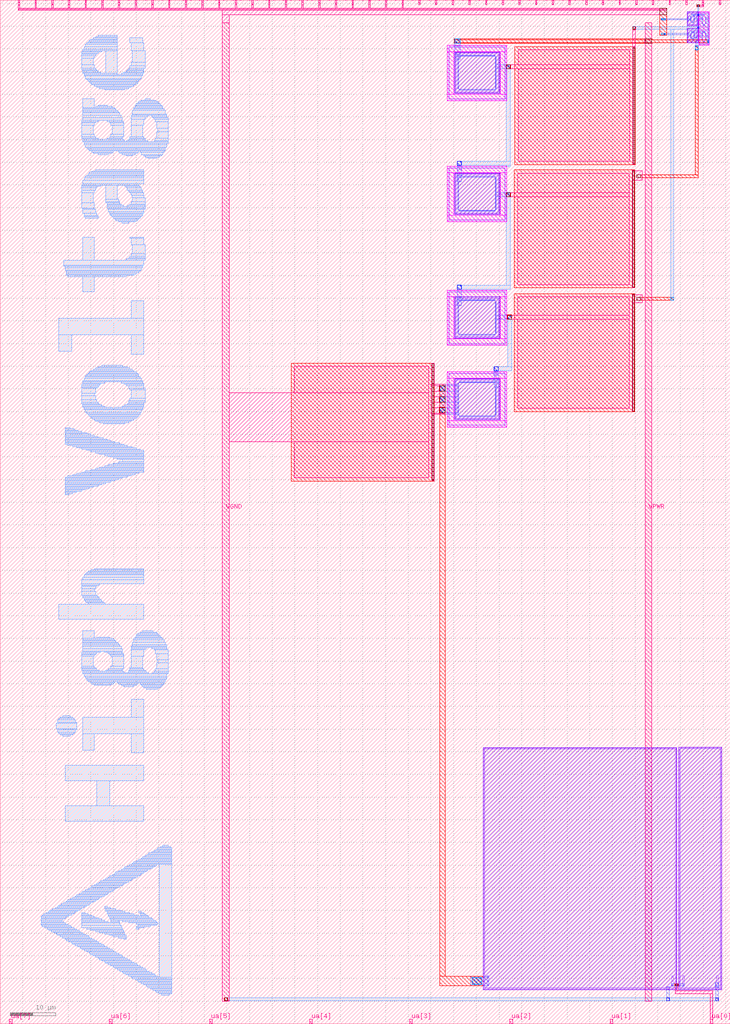
<source format=lef>
MACRO tt_um_urish_charge_pump
  CLASS BLOCK ;
  FOREIGN tt_um_urish_charge_pump ;
  ORIGIN 0.000 0.000 ;
  SIZE 161.000 BY 225.760 ;
  PIN clk
    DIRECTION INPUT ;
    USE SIGNAL ;
    ANTENNAGATEAREA 1.125000 ;
    PORT
      LAYER met4 ;
        RECT 154.870 224.760 155.170 225.760 ;
    END
  END clk
  PIN ena
    DIRECTION INPUT ;
    USE SIGNAL ;
    PORT
      LAYER met4 ;
        RECT 158.550 224.760 158.850 225.760 ;
    END
  END ena
  PIN rst_n
    DIRECTION INPUT ;
    USE SIGNAL ;
    PORT
      LAYER met4 ;
        RECT 151.190 224.760 151.490 225.760 ;
    END
  END rst_n
  PIN ua[0]
    DIRECTION INOUT ;
    USE SIGNAL ;
    PORT
      LAYER met4 ;
        RECT 156.560 0.000 157.160 1.000 ;
    END
  END ua[0]
  PIN ua[1]
    DIRECTION INOUT ;
    USE SIGNAL ;
    PORT
      LAYER met4 ;
        RECT 134.480 0.000 135.080 1.000 ;
    END
  END ua[1]
  PIN ua[2]
    DIRECTION INOUT ;
    USE SIGNAL ;
    PORT
      LAYER met4 ;
        RECT 112.400 0.000 113.000 1.000 ;
    END
  END ua[2]
  PIN ua[3]
    DIRECTION INOUT ;
    USE SIGNAL ;
    PORT
      LAYER met4 ;
        RECT 90.320 0.000 90.920 1.000 ;
    END
  END ua[3]
  PIN ua[4]
    DIRECTION INOUT ;
    USE SIGNAL ;
    PORT
      LAYER met4 ;
        RECT 68.240 0.000 68.840 1.000 ;
    END
  END ua[4]
  PIN ua[5]
    DIRECTION INOUT ;
    USE SIGNAL ;
    PORT
      LAYER met4 ;
        RECT 46.160 0.000 46.760 1.000 ;
    END
  END ua[5]
  PIN ua[6]
    DIRECTION INOUT ;
    USE SIGNAL ;
    PORT
      LAYER met4 ;
        RECT 24.080 0.000 24.680 1.000 ;
    END
  END ua[6]
  PIN ua[7]
    DIRECTION INOUT ;
    USE SIGNAL ;
    PORT
      LAYER met4 ;
        RECT 2.000 0.000 2.600 1.000 ;
    END
  END ua[7]
  PIN ui_in[0]
    DIRECTION INPUT ;
    USE SIGNAL ;
    PORT
      LAYER met4 ;
        RECT 147.510 224.760 147.810 225.760 ;
    END
  END ui_in[0]
  PIN ui_in[1]
    DIRECTION INPUT ;
    USE SIGNAL ;
    PORT
      LAYER met4 ;
        RECT 143.830 224.760 144.130 225.760 ;
    END
  END ui_in[1]
  PIN ui_in[2]
    DIRECTION INPUT ;
    USE SIGNAL ;
    PORT
      LAYER met4 ;
        RECT 140.150 224.760 140.450 225.760 ;
    END
  END ui_in[2]
  PIN ui_in[3]
    DIRECTION INPUT ;
    USE SIGNAL ;
    PORT
      LAYER met4 ;
        RECT 136.470 224.760 136.770 225.760 ;
    END
  END ui_in[3]
  PIN ui_in[4]
    DIRECTION INPUT ;
    USE SIGNAL ;
    PORT
      LAYER met4 ;
        RECT 132.790 224.760 133.090 225.760 ;
    END
  END ui_in[4]
  PIN ui_in[5]
    DIRECTION INPUT ;
    USE SIGNAL ;
    PORT
      LAYER met4 ;
        RECT 129.110 224.760 129.410 225.760 ;
    END
  END ui_in[5]
  PIN ui_in[6]
    DIRECTION INPUT ;
    USE SIGNAL ;
    PORT
      LAYER met4 ;
        RECT 125.430 224.760 125.730 225.760 ;
    END
  END ui_in[6]
  PIN ui_in[7]
    DIRECTION INPUT ;
    USE SIGNAL ;
    PORT
      LAYER met4 ;
        RECT 121.750 224.760 122.050 225.760 ;
    END
  END ui_in[7]
  PIN uio_in[0]
    DIRECTION INPUT ;
    USE SIGNAL ;
    PORT
      LAYER met4 ;
        RECT 118.070 224.760 118.370 225.760 ;
    END
  END uio_in[0]
  PIN uio_in[1]
    DIRECTION INPUT ;
    USE SIGNAL ;
    PORT
      LAYER met4 ;
        RECT 114.390 224.760 114.690 225.760 ;
    END
  END uio_in[1]
  PIN uio_in[2]
    DIRECTION INPUT ;
    USE SIGNAL ;
    PORT
      LAYER met4 ;
        RECT 110.710 224.760 111.010 225.760 ;
    END
  END uio_in[2]
  PIN uio_in[3]
    DIRECTION INPUT ;
    USE SIGNAL ;
    PORT
      LAYER met4 ;
        RECT 107.030 224.760 107.330 225.760 ;
    END
  END uio_in[3]
  PIN uio_in[4]
    DIRECTION INPUT ;
    USE SIGNAL ;
    PORT
      LAYER met4 ;
        RECT 103.350 224.760 103.650 225.760 ;
    END
  END uio_in[4]
  PIN uio_in[5]
    DIRECTION INPUT ;
    USE SIGNAL ;
    PORT
      LAYER met4 ;
        RECT 99.670 224.760 99.970 225.760 ;
    END
  END uio_in[5]
  PIN uio_in[6]
    DIRECTION INPUT ;
    USE SIGNAL ;
    PORT
      LAYER met4 ;
        RECT 95.990 224.760 96.290 225.760 ;
    END
  END uio_in[6]
  PIN uio_in[7]
    DIRECTION INPUT ;
    USE SIGNAL ;
    PORT
      LAYER met4 ;
        RECT 92.310 224.760 92.610 225.760 ;
    END
  END uio_in[7]
  PIN uio_oe[0]
    DIRECTION OUTPUT ;
    USE SIGNAL ;
    ANTENNADIFFAREA 56.931599 ;
    PORT
      LAYER met4 ;
        RECT 29.750 224.760 30.050 225.760 ;
    END
  END uio_oe[0]
  PIN uio_oe[1]
    DIRECTION OUTPUT ;
    USE SIGNAL ;
    ANTENNADIFFAREA 56.931599 ;
    PORT
      LAYER met4 ;
        RECT 26.070 224.760 26.370 225.760 ;
    END
  END uio_oe[1]
  PIN uio_oe[2]
    DIRECTION OUTPUT ;
    USE SIGNAL ;
    ANTENNADIFFAREA 56.931599 ;
    PORT
      LAYER met4 ;
        RECT 22.390 224.760 22.690 225.760 ;
    END
  END uio_oe[2]
  PIN uio_oe[3]
    DIRECTION OUTPUT ;
    USE SIGNAL ;
    ANTENNADIFFAREA 56.931599 ;
    PORT
      LAYER met4 ;
        RECT 18.710 224.760 19.010 225.760 ;
    END
  END uio_oe[3]
  PIN uio_oe[4]
    DIRECTION OUTPUT ;
    USE SIGNAL ;
    ANTENNADIFFAREA 56.931599 ;
    PORT
      LAYER met4 ;
        RECT 15.030 224.760 15.330 225.760 ;
    END
  END uio_oe[4]
  PIN uio_oe[5]
    DIRECTION OUTPUT ;
    USE SIGNAL ;
    ANTENNADIFFAREA 56.931599 ;
    PORT
      LAYER met4 ;
        RECT 11.350 224.760 11.650 225.760 ;
    END
  END uio_oe[5]
  PIN uio_oe[6]
    DIRECTION OUTPUT ;
    USE SIGNAL ;
    ANTENNADIFFAREA 56.931599 ;
    PORT
      LAYER met4 ;
        RECT 7.670 224.760 7.970 225.760 ;
    END
  END uio_oe[6]
  PIN uio_oe[7]
    DIRECTION OUTPUT ;
    USE SIGNAL ;
    ANTENNADIFFAREA 56.931599 ;
    PORT
      LAYER met4 ;
        RECT 3.990 224.760 4.290 225.760 ;
    END
  END uio_oe[7]
  PIN uio_out[0]
    DIRECTION OUTPUT ;
    USE SIGNAL ;
    ANTENNADIFFAREA 56.931599 ;
    PORT
      LAYER met4 ;
        RECT 59.190 224.760 59.490 225.760 ;
    END
  END uio_out[0]
  PIN uio_out[1]
    DIRECTION OUTPUT ;
    USE SIGNAL ;
    ANTENNADIFFAREA 56.931599 ;
    PORT
      LAYER met4 ;
        RECT 55.510 224.760 55.810 225.760 ;
    END
  END uio_out[1]
  PIN uio_out[2]
    DIRECTION OUTPUT ;
    USE SIGNAL ;
    ANTENNADIFFAREA 56.931599 ;
    PORT
      LAYER met4 ;
        RECT 51.830 224.760 52.130 225.760 ;
    END
  END uio_out[2]
  PIN uio_out[3]
    DIRECTION OUTPUT ;
    USE SIGNAL ;
    ANTENNADIFFAREA 56.931599 ;
    PORT
      LAYER met4 ;
        RECT 48.150 224.760 48.450 225.760 ;
    END
  END uio_out[3]
  PIN uio_out[4]
    DIRECTION OUTPUT ;
    USE SIGNAL ;
    ANTENNADIFFAREA 56.931599 ;
    PORT
      LAYER met4 ;
        RECT 44.470 224.760 44.770 225.760 ;
    END
  END uio_out[4]
  PIN uio_out[5]
    DIRECTION OUTPUT ;
    USE SIGNAL ;
    ANTENNADIFFAREA 56.931599 ;
    PORT
      LAYER met4 ;
        RECT 40.790 224.760 41.090 225.760 ;
    END
  END uio_out[5]
  PIN uio_out[6]
    DIRECTION OUTPUT ;
    USE SIGNAL ;
    ANTENNADIFFAREA 56.931599 ;
    PORT
      LAYER met4 ;
        RECT 37.110 224.760 37.410 225.760 ;
    END
  END uio_out[6]
  PIN uio_out[7]
    DIRECTION OUTPUT ;
    USE SIGNAL ;
    ANTENNADIFFAREA 56.931599 ;
    PORT
      LAYER met4 ;
        RECT 33.430 224.760 33.730 225.760 ;
    END
  END uio_out[7]
  PIN uo_out[0]
    DIRECTION OUTPUT ;
    USE SIGNAL ;
    ANTENNADIFFAREA 56.931599 ;
    PORT
      LAYER met4 ;
        RECT 88.630 224.760 88.930 225.760 ;
    END
  END uo_out[0]
  PIN uo_out[1]
    DIRECTION OUTPUT ;
    USE SIGNAL ;
    ANTENNADIFFAREA 56.931599 ;
    PORT
      LAYER met4 ;
        RECT 84.950 224.760 85.250 225.760 ;
    END
  END uo_out[1]
  PIN uo_out[2]
    DIRECTION OUTPUT ;
    USE SIGNAL ;
    ANTENNADIFFAREA 56.931599 ;
    PORT
      LAYER met4 ;
        RECT 81.270 224.760 81.570 225.760 ;
    END
  END uo_out[2]
  PIN uo_out[3]
    DIRECTION OUTPUT ;
    USE SIGNAL ;
    ANTENNADIFFAREA 56.931599 ;
    PORT
      LAYER met4 ;
        RECT 77.590 224.760 77.890 225.760 ;
    END
  END uo_out[3]
  PIN uo_out[4]
    DIRECTION OUTPUT ;
    USE SIGNAL ;
    ANTENNADIFFAREA 56.931599 ;
    PORT
      LAYER met4 ;
        RECT 73.910 224.760 74.210 225.760 ;
    END
  END uo_out[4]
  PIN uo_out[5]
    DIRECTION OUTPUT ;
    USE SIGNAL ;
    ANTENNADIFFAREA 56.931599 ;
    PORT
      LAYER met4 ;
        RECT 70.230 224.760 70.530 225.760 ;
    END
  END uo_out[5]
  PIN uo_out[6]
    DIRECTION OUTPUT ;
    USE SIGNAL ;
    ANTENNADIFFAREA 56.931599 ;
    PORT
      LAYER met4 ;
        RECT 66.550 224.760 66.850 225.760 ;
    END
  END uo_out[6]
  PIN uo_out[7]
    DIRECTION OUTPUT ;
    USE SIGNAL ;
    ANTENNADIFFAREA 56.931599 ;
    PORT
      LAYER met4 ;
        RECT 62.870 224.760 63.170 225.760 ;
    END
  END uo_out[7]
  PIN VPWR
    DIRECTION INOUT ;
    USE POWER ;
    PORT
      LAYER met4 ;
        RECT 142.200 5.000 143.700 220.760 ;
    END
  END VPWR
  PIN VGND
    DIRECTION INOUT ;
    USE GROUND ;
    PORT
      LAYER met4 ;
        RECT 49.000 5.000 50.500 220.760 ;
    END
  END VGND
  OBS
      LAYER pwell ;
        RECT 151.500 220.100 153.910 223.200 ;
        RECT 151.500 216.410 153.910 219.510 ;
      LAYER nwell ;
        RECT 154.000 215.810 156.410 223.190 ;
        RECT 98.600 214.370 111.700 215.800 ;
        RECT 98.600 205.030 100.030 214.370 ;
      LAYER pwell ;
        RECT 100.200 205.200 110.160 214.300 ;
      LAYER nwell ;
        RECT 110.270 205.030 111.700 214.370 ;
        RECT 98.600 203.600 111.700 205.030 ;
        RECT 98.600 187.670 111.700 189.100 ;
        RECT 98.600 178.330 100.030 187.670 ;
      LAYER pwell ;
        RECT 100.200 178.500 110.160 187.600 ;
      LAYER nwell ;
        RECT 110.270 178.330 111.700 187.670 ;
        RECT 98.600 176.900 111.700 178.330 ;
        RECT 98.600 160.370 111.700 161.800 ;
        RECT 98.600 151.030 100.030 160.370 ;
      LAYER pwell ;
        RECT 100.200 151.200 110.160 160.300 ;
      LAYER nwell ;
        RECT 110.270 151.030 111.700 160.370 ;
        RECT 98.600 149.600 111.700 151.030 ;
        RECT 98.600 142.370 111.700 143.800 ;
        RECT 98.600 133.030 100.030 142.370 ;
      LAYER pwell ;
        RECT 100.200 133.200 110.160 142.300 ;
      LAYER nwell ;
        RECT 110.270 133.030 111.700 142.370 ;
        RECT 98.600 131.600 111.700 133.030 ;
      LAYER pwell ;
        RECT 106.550 7.550 149.230 60.910 ;
        RECT 149.650 7.550 159.130 60.990 ;
      LAYER li1 ;
        RECT 151.680 222.850 153.730 223.020 ;
        RECT 151.680 220.450 151.850 222.850 ;
        RECT 152.480 222.340 152.930 222.510 ;
        RECT 152.250 221.130 152.420 222.170 ;
        RECT 152.990 221.130 153.160 222.170 ;
        RECT 152.480 220.790 152.930 220.960 ;
        RECT 153.560 220.450 153.730 222.850 ;
        RECT 151.680 220.280 153.730 220.450 ;
        RECT 154.180 222.840 156.230 223.010 ;
        RECT 154.180 219.850 154.350 222.840 ;
        RECT 154.980 222.330 155.430 222.500 ;
        RECT 154.750 220.575 154.920 222.115 ;
        RECT 155.490 220.575 155.660 222.115 ;
        RECT 154.980 220.190 155.430 220.360 ;
        RECT 156.060 219.850 156.230 222.840 ;
        RECT 154.180 219.680 156.230 219.850 ;
        RECT 151.680 219.160 153.730 219.330 ;
        RECT 151.680 216.760 151.850 219.160 ;
        RECT 152.480 218.650 152.930 218.820 ;
        RECT 152.250 217.440 152.420 218.480 ;
        RECT 152.990 217.440 153.160 218.480 ;
        RECT 152.480 217.100 152.930 217.270 ;
        RECT 153.560 216.760 153.730 219.160 ;
        RECT 151.680 216.590 153.730 216.760 ;
        RECT 154.180 219.150 156.230 219.320 ;
        RECT 154.180 216.160 154.350 219.150 ;
        RECT 154.980 218.640 155.430 218.810 ;
        RECT 154.750 216.885 154.920 218.425 ;
        RECT 155.490 216.885 155.660 218.425 ;
        RECT 154.980 216.500 155.430 216.670 ;
        RECT 156.060 216.160 156.230 219.150 ;
        RECT 154.180 215.990 156.230 216.160 ;
        RECT 100.200 215.515 101.400 215.700 ;
        RECT 98.885 215.345 111.415 215.515 ;
        RECT 98.885 204.055 99.055 215.345 ;
        RECT 100.800 214.120 101.400 214.200 ;
        RECT 100.380 213.950 109.980 214.120 ;
        RECT 100.380 205.550 100.550 213.950 ;
        RECT 100.800 213.900 101.400 213.950 ;
        RECT 101.180 213.440 109.180 213.610 ;
        RECT 100.950 206.230 101.120 213.270 ;
        RECT 109.240 206.230 109.410 213.270 ;
        RECT 101.180 205.890 109.180 206.060 ;
        RECT 109.810 205.550 109.980 213.950 ;
        RECT 100.380 205.380 109.980 205.550 ;
        RECT 111.245 204.055 111.415 215.345 ;
        RECT 98.885 203.885 111.415 204.055 ;
        RECT 100.800 188.815 101.700 189.000 ;
        RECT 98.885 188.645 111.415 188.815 ;
        RECT 98.885 177.355 99.055 188.645 ;
        RECT 100.800 188.400 101.700 188.645 ;
        RECT 100.800 187.420 101.700 187.500 ;
        RECT 100.380 187.250 109.980 187.420 ;
        RECT 100.380 178.850 100.550 187.250 ;
        RECT 100.800 187.200 101.700 187.250 ;
        RECT 101.180 186.740 109.180 186.910 ;
        RECT 100.950 179.530 101.120 186.570 ;
        RECT 109.240 179.530 109.410 186.570 ;
        RECT 101.180 179.190 109.180 179.360 ;
        RECT 109.810 178.850 109.980 187.250 ;
        RECT 100.380 178.680 109.980 178.850 ;
        RECT 111.245 177.355 111.415 188.645 ;
        RECT 98.885 177.185 111.415 177.355 ;
        RECT 98.885 161.345 111.415 161.515 ;
        RECT 98.885 150.055 99.055 161.345 ;
        RECT 100.800 160.120 101.700 160.200 ;
        RECT 100.380 159.950 109.980 160.120 ;
        RECT 100.380 151.550 100.550 159.950 ;
        RECT 100.800 159.900 101.700 159.950 ;
        RECT 101.180 159.440 109.180 159.610 ;
        RECT 100.950 152.230 101.120 159.270 ;
        RECT 109.240 152.230 109.410 159.270 ;
        RECT 101.180 151.890 109.180 152.060 ;
        RECT 109.810 151.550 109.980 159.950 ;
        RECT 100.380 151.380 109.980 151.550 ;
        RECT 111.245 150.055 111.415 161.345 ;
        RECT 98.885 149.885 111.415 150.055 ;
        RECT 108.900 143.515 109.800 143.700 ;
        RECT 98.885 143.345 111.415 143.515 ;
        RECT 98.885 132.055 99.055 143.345 ;
        RECT 108.900 143.100 109.800 143.345 ;
        RECT 108.900 142.120 109.500 142.200 ;
        RECT 100.380 141.950 109.980 142.120 ;
        RECT 100.380 133.550 100.550 141.950 ;
        RECT 108.900 141.900 109.500 141.950 ;
        RECT 101.180 141.440 109.180 141.610 ;
        RECT 100.950 134.230 101.120 141.270 ;
        RECT 109.240 134.230 109.410 141.270 ;
        RECT 101.180 133.890 109.180 134.060 ;
        RECT 109.810 133.550 109.980 141.950 ;
        RECT 100.380 133.380 109.980 133.550 ;
        RECT 111.245 132.055 111.415 143.345 ;
        RECT 98.885 131.885 111.415 132.055 ;
        RECT 106.730 60.560 149.050 60.730 ;
        RECT 106.730 7.900 106.900 60.560 ;
        RECT 107.380 8.380 107.730 10.540 ;
        RECT 148.050 8.380 148.400 10.540 ;
        RECT 147.000 7.900 147.600 8.100 ;
        RECT 148.880 7.900 149.050 60.560 ;
        RECT 106.730 7.730 149.050 7.900 ;
        RECT 149.830 60.640 158.950 60.810 ;
        RECT 149.830 7.900 150.000 60.640 ;
        RECT 150.480 8.380 150.830 10.540 ;
        RECT 157.950 9.000 158.300 10.540 ;
        RECT 157.800 8.400 158.400 9.000 ;
        RECT 157.950 8.380 158.300 8.400 ;
        RECT 157.800 7.900 158.400 8.100 ;
        RECT 158.780 7.900 158.950 60.640 ;
        RECT 149.830 7.730 158.950 7.900 ;
        RECT 147.000 7.500 147.600 7.730 ;
        RECT 157.800 7.500 158.400 7.730 ;
      LAYER mcon ;
        RECT 152.560 222.340 152.850 222.510 ;
        RECT 151.680 221.400 151.850 221.700 ;
        RECT 152.250 221.210 152.420 222.090 ;
        RECT 152.990 221.210 153.160 222.090 ;
        RECT 152.560 220.790 152.850 220.960 ;
        RECT 155.060 222.330 155.350 222.500 ;
        RECT 154.750 220.655 154.920 222.035 ;
        RECT 155.490 220.655 155.660 222.035 ;
        RECT 156.060 221.510 156.230 221.780 ;
        RECT 155.060 220.190 155.350 220.360 ;
        RECT 152.560 218.650 152.850 218.820 ;
        RECT 151.680 218.100 151.850 218.400 ;
        RECT 152.250 217.520 152.420 218.400 ;
        RECT 152.990 217.520 153.160 218.400 ;
        RECT 152.560 217.100 152.850 217.270 ;
        RECT 155.060 218.640 155.350 218.810 ;
        RECT 154.750 216.965 154.920 218.345 ;
        RECT 155.490 216.965 155.660 218.345 ;
        RECT 156.060 217.710 156.230 217.980 ;
        RECT 155.060 216.500 155.350 216.670 ;
        RECT 100.200 215.400 101.400 215.700 ;
        RECT 101.260 213.440 109.100 213.610 ;
        RECT 100.950 206.310 101.120 213.190 ;
        RECT 109.240 206.310 109.410 213.190 ;
        RECT 101.260 205.890 109.100 206.060 ;
        RECT 101.260 186.740 109.100 186.910 ;
        RECT 100.950 179.610 101.120 186.490 ;
        RECT 109.240 179.610 109.410 186.490 ;
        RECT 101.260 179.190 109.100 179.360 ;
        RECT 101.260 159.440 109.100 159.610 ;
        RECT 100.950 152.310 101.120 159.190 ;
        RECT 109.240 152.310 109.410 159.190 ;
        RECT 101.260 151.890 109.100 152.060 ;
        RECT 101.260 141.440 109.100 141.610 ;
        RECT 100.950 134.310 101.120 141.190 ;
        RECT 109.240 134.310 109.410 141.190 ;
        RECT 101.260 133.890 109.100 134.060 ;
        RECT 107.400 8.400 107.700 10.200 ;
        RECT 157.800 8.400 158.400 9.000 ;
      LAYER met1 ;
        RECT 152.500 222.530 155.400 222.600 ;
        RECT 152.500 222.300 155.410 222.530 ;
        RECT 151.650 221.700 151.880 221.760 ;
        RECT 152.220 221.700 152.450 222.150 ;
        RECT 152.960 221.800 153.190 222.150 ;
        RECT 154.720 221.800 154.950 222.095 ;
        RECT 155.460 221.800 155.690 222.095 ;
        RECT 156.000 221.800 156.300 222.600 ;
        RECT 145.750 221.400 152.450 221.700 ;
        RECT 152.900 221.500 155.000 221.800 ;
        RECT 155.460 221.500 156.300 221.800 ;
        RECT 151.650 221.340 151.880 221.400 ;
        RECT 152.220 221.150 152.450 221.400 ;
        RECT 152.960 221.150 153.190 221.500 ;
        RECT 152.500 220.760 152.910 220.990 ;
        RECT 153.800 219.900 154.100 221.500 ;
        RECT 154.720 220.595 154.950 221.500 ;
        RECT 155.460 220.595 155.690 221.500 ;
        RECT 155.000 220.160 155.410 220.390 ;
        RECT 153.750 219.600 154.150 219.900 ;
        RECT 153.800 218.900 154.100 219.600 ;
        RECT 152.400 218.600 155.500 218.900 ;
        RECT 151.650 218.400 151.880 218.460 ;
        RECT 152.220 218.400 152.450 218.460 ;
        RECT 145.750 218.100 152.450 218.400 ;
        RECT 151.650 218.040 151.880 218.100 ;
        RECT 152.220 217.460 152.450 218.100 ;
        RECT 152.960 218.000 153.190 218.460 ;
        RECT 154.720 218.000 154.950 218.405 ;
        RECT 152.960 217.700 154.950 218.000 ;
        RECT 152.960 217.460 153.190 217.700 ;
        RECT 100.150 216.300 101.450 217.200 ;
        RECT 152.500 217.070 152.910 217.300 ;
        RECT 100.200 215.730 101.400 216.300 ;
        RECT 100.140 215.370 101.460 215.730 ;
        RECT 153.400 215.700 153.700 217.700 ;
        RECT 154.720 216.905 154.950 217.700 ;
        RECT 155.460 218.000 155.690 218.405 ;
        RECT 156.000 218.000 156.300 221.500 ;
        RECT 155.460 217.700 156.300 218.000 ;
        RECT 155.460 216.905 155.690 217.700 ;
        RECT 156.000 217.000 156.300 217.700 ;
        RECT 155.000 216.470 155.410 216.700 ;
        RECT 155.950 216.400 156.350 217.000 ;
        RECT 100.200 214.230 101.400 215.370 ;
        RECT 153.250 214.800 153.950 215.700 ;
        RECT 100.200 213.870 101.460 214.230 ;
        RECT 100.200 213.640 101.400 213.870 ;
        RECT 100.200 213.410 109.160 213.640 ;
        RECT 100.200 212.700 101.400 213.410 ;
        RECT 100.920 206.250 101.150 212.700 ;
        RECT 109.210 211.500 109.440 213.250 ;
        RECT 109.200 210.600 112.550 211.500 ;
        RECT 109.210 206.250 109.440 210.600 ;
        RECT 101.200 205.860 109.160 206.090 ;
        RECT 100.750 189.300 101.750 190.200 ;
        RECT 100.800 189.030 101.700 189.300 ;
        RECT 100.740 188.370 101.760 189.030 ;
        RECT 100.800 187.530 101.700 188.370 ;
        RECT 100.740 187.170 101.760 187.530 ;
        RECT 100.800 186.940 101.700 187.170 ;
        RECT 100.800 186.710 109.160 186.940 ;
        RECT 100.800 185.700 101.700 186.710 ;
        RECT 100.920 179.550 101.150 185.700 ;
        RECT 109.210 183.300 109.440 186.550 ;
        RECT 109.200 182.400 112.550 183.300 ;
        RECT 109.210 179.550 109.440 182.400 ;
        RECT 101.200 179.160 109.160 179.390 ;
        RECT 100.750 162.000 101.750 162.900 ;
        RECT 100.800 160.230 101.700 162.000 ;
        RECT 100.740 159.870 101.760 160.230 ;
        RECT 100.800 159.640 101.700 159.870 ;
        RECT 100.800 159.410 109.160 159.640 ;
        RECT 100.800 158.400 101.700 159.410 ;
        RECT 100.920 152.250 101.150 158.400 ;
        RECT 109.210 156.300 109.440 159.250 ;
        RECT 109.200 155.400 112.850 156.300 ;
        RECT 109.210 152.250 109.440 155.400 ;
        RECT 101.200 151.860 109.160 152.090 ;
        RECT 108.850 144.000 109.850 144.900 ;
        RECT 108.900 143.730 109.800 144.000 ;
        RECT 108.840 143.070 109.860 143.730 ;
        RECT 108.900 142.230 109.800 143.070 ;
        RECT 108.840 141.870 109.800 142.230 ;
        RECT 108.900 141.640 109.800 141.870 ;
        RECT 101.200 141.410 109.800 141.640 ;
        RECT 100.920 141.000 101.150 141.250 ;
        RECT 96.900 140.700 101.150 141.000 ;
        RECT 96.850 139.500 101.150 140.700 ;
        RECT 108.900 140.400 109.800 141.410 ;
        RECT 96.900 138.300 101.150 139.500 ;
        RECT 96.850 137.100 101.150 138.300 ;
        RECT 96.900 135.900 101.150 137.100 ;
        RECT 96.850 134.700 101.150 135.900 ;
        RECT 96.900 134.400 101.150 134.700 ;
        RECT 100.920 134.250 101.150 134.400 ;
        RECT 109.210 134.250 109.440 140.400 ;
        RECT 101.200 133.860 109.160 134.090 ;
        RECT 103.800 10.260 107.700 10.500 ;
        RECT 103.800 8.400 107.730 10.260 ;
        RECT 107.370 8.340 107.730 8.400 ;
        RECT 148.020 8.780 148.430 8.840 ;
        RECT 150.450 8.780 150.860 8.840 ;
        RECT 148.020 8.380 150.860 8.780 ;
        RECT 148.020 8.320 148.430 8.380 ;
        RECT 150.450 8.320 150.860 8.380 ;
        RECT 157.740 8.370 158.460 9.030 ;
        RECT 157.800 8.130 158.400 8.370 ;
        RECT 146.940 7.470 147.660 8.130 ;
        RECT 157.740 7.470 158.460 8.130 ;
        RECT 147.000 5.700 147.600 7.470 ;
        RECT 157.800 5.700 158.400 7.470 ;
        RECT 146.950 5.100 147.650 5.700 ;
        RECT 157.750 5.100 158.450 5.700 ;
      LAYER via ;
        RECT 153.800 222.300 154.100 222.600 ;
        RECT 145.800 221.400 146.700 221.700 ;
        RECT 153.800 219.600 154.100 219.900 ;
        RECT 145.800 218.100 146.700 218.400 ;
        RECT 100.200 216.300 101.400 217.200 ;
        RECT 156.000 216.400 156.300 217.000 ;
        RECT 153.300 214.800 153.900 215.700 ;
        RECT 111.600 210.600 112.500 211.500 ;
        RECT 100.800 189.300 101.700 190.200 ;
        RECT 111.600 182.400 112.500 183.300 ;
        RECT 100.800 162.000 101.700 162.900 ;
        RECT 111.900 155.400 112.800 156.300 ;
        RECT 108.900 144.000 109.800 144.900 ;
        RECT 96.900 139.500 98.100 140.700 ;
        RECT 96.900 137.100 98.100 138.300 ;
        RECT 96.900 134.700 98.100 135.900 ;
        RECT 104.100 8.700 106.200 10.200 ;
        RECT 148.860 8.390 149.460 8.760 ;
        RECT 147.000 5.100 147.600 5.700 ;
        RECT 157.800 5.100 158.400 5.700 ;
      LAYER met2 ;
        RECT 153.800 222.250 154.100 224.750 ;
        RECT 145.800 221.350 146.700 221.750 ;
        RECT 139.500 219.900 140.100 219.950 ;
        RECT 153.800 219.900 154.100 219.950 ;
        RECT 139.500 219.300 154.200 219.900 ;
        RECT 139.500 219.250 140.100 219.300 ;
        RECT 145.800 218.050 146.700 218.450 ;
        RECT 21.600 217.710 25.800 217.990 ;
        RECT 21.040 217.430 25.800 217.710 ;
        RECT 20.480 217.150 25.800 217.430 ;
        RECT 19.920 216.870 25.800 217.150 ;
        RECT 19.640 216.590 25.800 216.870 ;
        RECT 19.360 216.310 25.800 216.590 ;
        RECT 28.600 216.310 31.400 217.430 ;
        RECT 19.080 216.030 25.800 216.310 ;
        RECT 18.800 215.470 25.800 216.030 ;
        RECT 18.520 214.910 25.800 215.470 ;
        RECT 18.240 214.630 25.800 214.910 ;
        RECT 28.880 214.630 31.680 216.310 ;
        RECT 100.200 216.250 101.400 217.250 ;
        RECT 18.240 214.350 22.440 214.630 ;
        RECT 17.960 214.070 21.600 214.350 ;
        RECT 17.960 213.790 21.320 214.070 ;
        RECT 17.960 213.510 21.040 213.790 ;
        RECT 17.960 212.950 20.760 213.510 ;
        RECT 17.960 211.550 20.480 212.950 ;
        RECT 17.960 210.710 20.760 211.550 ;
        RECT 17.960 210.430 21.040 210.710 ;
        RECT 18.240 210.150 21.320 210.430 ;
        RECT 18.240 209.870 21.600 210.150 ;
        RECT 18.240 209.590 22.160 209.870 ;
        RECT 23.280 209.590 25.800 214.630 ;
        RECT 29.160 212.110 31.960 214.630 ;
        RECT 28.880 211.270 31.960 212.110 ;
        RECT 28.600 210.710 31.960 211.270 ;
        RECT 28.320 210.430 31.680 210.710 ;
        RECT 28.040 210.150 31.680 210.430 ;
        RECT 27.760 209.870 31.680 210.150 ;
        RECT 27.200 209.590 31.680 209.870 ;
        RECT 18.520 209.310 25.800 209.590 ;
        RECT 26.640 209.310 31.400 209.590 ;
        RECT 18.520 209.030 31.400 209.310 ;
        RECT 18.800 208.470 31.120 209.030 ;
        RECT 19.080 208.190 30.840 208.470 ;
        RECT 19.360 207.910 30.560 208.190 ;
        RECT 19.640 207.630 30.280 207.910 ;
        RECT 19.920 207.350 30.280 207.630 ;
        RECT 20.200 207.070 29.720 207.350 ;
        RECT 20.760 206.790 29.440 207.070 ;
        RECT 21.320 206.510 28.880 206.790 ;
        RECT 21.880 206.230 28.320 206.510 ;
        RECT 23.000 205.950 27.480 206.230 ;
        RECT 18.240 202.030 20.760 203.990 ;
        RECT 31.960 203.710 33.080 203.990 ;
        RECT 31.120 203.430 34.200 203.710 ;
        RECT 30.560 203.150 34.760 203.430 ;
        RECT 30.280 202.870 35.040 203.150 ;
        RECT 30.000 202.590 35.320 202.870 ;
        RECT 21.600 202.310 23.560 202.590 ;
        RECT 29.720 202.310 35.600 202.590 ;
        RECT 21.040 202.030 24.680 202.310 ;
        RECT 29.720 202.030 35.880 202.310 ;
        RECT 18.240 201.750 25.240 202.030 ;
        RECT 29.440 201.750 35.880 202.030 ;
        RECT 18.240 201.470 25.520 201.750 ;
        RECT 29.440 201.470 36.160 201.750 ;
        RECT 18.240 201.190 25.800 201.470 ;
        RECT 18.240 200.910 26.080 201.190 ;
        RECT 18.240 200.350 26.360 200.910 ;
        RECT 29.160 200.630 36.440 201.470 ;
        RECT 29.160 200.350 36.720 200.630 ;
        RECT 18.240 199.790 26.640 200.350 ;
        RECT 28.880 200.070 32.520 200.350 ;
        RECT 33.360 200.070 36.720 200.350 ;
        RECT 18.240 199.230 26.920 199.790 ;
        RECT 17.960 198.950 21.600 199.230 ;
        RECT 23.560 198.950 26.920 199.230 ;
        RECT 28.880 199.510 31.960 200.070 ;
        RECT 33.640 199.790 36.720 200.070 ;
        RECT 33.920 199.510 37.000 199.790 ;
        RECT 17.960 198.670 21.040 198.950 ;
        RECT 24.120 198.670 27.200 198.950 ;
        RECT 17.960 198.110 20.760 198.670 ;
        RECT 24.400 198.110 27.200 198.670 ;
        RECT 17.960 196.150 20.480 198.110 ;
        RECT 24.680 196.150 27.200 198.110 ;
        RECT 17.960 195.590 20.760 196.150 ;
        RECT 24.400 195.590 27.200 196.150 ;
        RECT 28.880 198.110 31.680 199.510 ;
        RECT 34.200 198.950 37.000 199.510 ;
        RECT 28.880 195.590 31.400 198.110 ;
        RECT 34.480 197.550 37.000 198.950 ;
        RECT 34.760 196.710 37.000 197.550 ;
        RECT 17.960 195.310 21.040 195.590 ;
        RECT 24.120 195.310 26.920 195.590 ;
        RECT 18.240 195.030 21.600 195.310 ;
        RECT 23.560 195.030 26.920 195.310 ;
        RECT 28.600 195.310 31.680 195.590 ;
        RECT 34.480 195.310 37.000 196.710 ;
        RECT 28.600 195.030 31.960 195.310 ;
        RECT 18.240 194.750 27.200 195.030 ;
        RECT 28.320 194.750 31.960 195.030 ;
        RECT 34.200 194.750 37.000 195.310 ;
        RECT 18.240 194.470 27.480 194.750 ;
        RECT 27.760 194.470 32.520 194.750 ;
        RECT 33.920 194.470 37.000 194.750 ;
        RECT 18.520 194.190 37.000 194.470 ;
        RECT 18.520 193.910 36.720 194.190 ;
        RECT 18.800 193.350 36.720 193.910 ;
        RECT 19.080 193.070 36.440 193.350 ;
        RECT 19.360 192.790 36.440 193.070 ;
        RECT 19.640 192.510 36.440 192.790 ;
        RECT 20.200 192.230 24.960 192.510 ;
        RECT 26.080 192.230 30.560 192.510 ;
        RECT 30.840 192.230 36.160 192.510 ;
        RECT 20.480 191.950 24.680 192.230 ;
        RECT 26.360 191.950 30.280 192.230 ;
        RECT 21.600 191.670 23.840 191.950 ;
        RECT 26.920 191.670 29.720 191.950 ;
        RECT 31.120 191.670 35.880 192.230 ;
        RECT 27.760 191.390 29.160 191.670 ;
        RECT 31.680 191.390 35.600 191.670 ;
        RECT 31.960 191.110 35.040 191.390 ;
        RECT 32.520 190.830 34.480 191.110 ;
        RECT 100.800 190.200 101.700 190.250 ;
        RECT 111.600 190.200 112.500 211.550 ;
        RECT 100.800 189.300 112.500 190.200 ;
        RECT 100.800 189.250 101.700 189.300 ;
        RECT 111.600 189.000 112.500 189.300 ;
        RECT 21.040 188.030 31.680 188.310 ;
        RECT 20.200 187.750 31.680 188.030 ;
        RECT 19.640 187.470 31.680 187.750 ;
        RECT 19.360 187.190 31.680 187.470 ;
        RECT 19.080 186.910 31.680 187.190 ;
        RECT 18.800 186.630 31.680 186.910 ;
        RECT 18.520 186.070 31.680 186.630 ;
        RECT 18.240 185.230 31.680 186.070 ;
        RECT 18.240 184.950 30.280 185.230 ;
        RECT 17.960 184.670 22.160 184.950 ;
        RECT 17.960 184.390 21.320 184.670 ;
        RECT 17.960 183.830 21.040 184.390 ;
        RECT 17.960 183.270 20.760 183.830 ;
        RECT 17.960 181.030 20.480 183.270 ;
        RECT 23.280 181.870 25.800 184.950 ;
        RECT 27.480 184.670 30.560 184.950 ;
        RECT 27.760 184.390 30.840 184.670 ;
        RECT 28.040 183.830 31.120 184.390 ;
        RECT 28.320 183.550 31.400 183.830 ;
        RECT 28.600 183.270 31.400 183.550 ;
        RECT 28.880 182.710 31.680 183.270 ;
        RECT 29.160 182.150 31.680 182.710 ;
        RECT 23.280 181.310 26.080 181.870 ;
        RECT 29.160 181.310 31.960 182.150 ;
        RECT 23.280 181.030 26.360 181.310 ;
        RECT 17.960 179.910 20.760 181.030 ;
        RECT 23.560 180.750 26.360 181.030 ;
        RECT 28.880 180.750 31.960 181.310 ;
        RECT 23.560 180.470 26.640 180.750 ;
        RECT 28.600 180.470 31.960 180.750 ;
        RECT 23.560 180.190 27.200 180.470 ;
        RECT 28.040 180.190 31.960 180.470 ;
        RECT 23.560 179.910 31.960 180.190 ;
        RECT 18.240 179.630 20.760 179.910 ;
        RECT 23.840 179.630 31.960 179.910 ;
        RECT 18.240 178.790 21.040 179.630 ;
        RECT 23.840 179.070 31.680 179.630 ;
        RECT 24.120 178.790 31.680 179.070 ;
        RECT 18.520 178.230 21.320 178.790 ;
        RECT 24.120 178.510 31.400 178.790 ;
        RECT 24.400 178.230 31.400 178.510 ;
        RECT 18.520 177.950 21.600 178.230 ;
        RECT 24.680 177.950 31.120 178.230 ;
        RECT 18.800 177.670 21.600 177.950 ;
        RECT 24.960 177.670 30.840 177.950 ;
        RECT 25.240 177.390 30.560 177.670 ;
        RECT 25.520 177.110 30.280 177.390 ;
        RECT 26.080 176.830 29.720 177.110 ;
        RECT 26.920 176.550 28.320 176.830 ;
        RECT 18.240 168.430 20.760 173.470 ;
        RECT 28.600 173.190 31.680 173.470 ;
        RECT 28.880 171.790 31.680 173.190 ;
        RECT 29.160 169.830 31.960 171.790 ;
        RECT 28.880 169.270 31.960 169.830 ;
        RECT 28.600 168.990 31.960 169.270 ;
        RECT 28.320 168.710 31.960 168.990 ;
        RECT 27.760 168.430 31.960 168.710 ;
        RECT 14.040 167.310 31.680 168.430 ;
        RECT 14.040 167.030 31.400 167.310 ;
        RECT 14.320 166.750 31.400 167.030 ;
        RECT 14.320 166.190 31.120 166.750 ;
        RECT 14.600 165.910 30.840 166.190 ;
        RECT 14.600 165.630 30.560 165.910 ;
        RECT 14.600 165.350 30.000 165.630 ;
        RECT 14.600 165.070 29.440 165.350 ;
        RECT 14.880 164.790 27.760 165.070 ;
        RECT 18.240 161.430 20.760 164.790 ;
        RECT 100.800 162.900 101.700 162.950 ;
        RECT 111.600 162.900 112.500 183.350 ;
        RECT 100.800 162.000 112.500 162.900 ;
        RECT 100.800 161.950 101.700 162.000 ;
        RECT 147.900 159.550 148.500 219.300 ;
        RECT 156.000 216.350 156.300 217.050 ;
        RECT 153.300 214.750 153.900 215.750 ;
        RECT 28.880 155.550 31.680 159.470 ;
        RECT 12.920 151.910 31.680 155.550 ;
        RECT 12.920 148.270 15.720 151.910 ;
        RECT 28.880 147.710 31.680 151.910 ;
        RECT 22.440 144.910 26.920 145.190 ;
        RECT 21.600 144.630 28.040 144.910 ;
        RECT 108.900 144.900 109.800 144.950 ;
        RECT 111.900 144.900 112.800 156.350 ;
        RECT 21.040 144.350 28.600 144.630 ;
        RECT 20.480 144.070 29.160 144.350 ;
        RECT 19.920 143.790 29.440 144.070 ;
        RECT 108.900 144.000 112.800 144.900 ;
        RECT 108.900 143.950 109.800 144.000 ;
        RECT 19.640 143.510 30.000 143.790 ;
        RECT 19.360 143.230 30.280 143.510 ;
        RECT 19.080 142.950 30.560 143.230 ;
        RECT 18.800 142.670 30.560 142.950 ;
        RECT 18.800 142.390 30.840 142.670 ;
        RECT 18.520 141.830 31.120 142.390 ;
        RECT 18.240 141.550 31.400 141.830 ;
        RECT 18.240 141.270 23.000 141.550 ;
        RECT 26.640 141.270 31.400 141.550 ;
        RECT 18.240 140.990 22.160 141.270 ;
        RECT 27.480 140.990 31.680 141.270 ;
        RECT 17.960 140.710 21.880 140.990 ;
        RECT 27.760 140.710 31.680 140.990 ;
        RECT 17.960 140.430 21.600 140.710 ;
        RECT 17.960 140.150 21.320 140.430 ;
        RECT 28.320 140.150 31.680 140.710 ;
        RECT 17.960 139.030 21.040 140.150 ;
        RECT 28.600 139.870 31.960 140.150 ;
        RECT 17.960 138.470 20.760 139.030 ;
        RECT 17.960 137.630 21.040 138.470 ;
        RECT 28.880 137.910 31.960 139.870 ;
        RECT 96.900 139.450 98.100 140.750 ;
        RECT 17.960 137.070 21.320 137.630 ;
        RECT 28.600 137.350 31.960 137.910 ;
        RECT 28.320 137.070 31.960 137.350 ;
        RECT 17.960 136.790 21.600 137.070 ;
        RECT 28.320 136.790 31.680 137.070 ;
        RECT 96.900 137.050 98.100 138.350 ;
        RECT 18.240 136.510 21.880 136.790 ;
        RECT 28.040 136.510 31.680 136.790 ;
        RECT 18.240 136.230 22.440 136.510 ;
        RECT 27.480 136.230 31.680 136.510 ;
        RECT 18.240 135.950 23.000 136.230 ;
        RECT 26.920 135.950 31.680 136.230 ;
        RECT 18.520 135.670 24.680 135.950 ;
        RECT 25.240 135.670 31.400 135.950 ;
        RECT 18.520 135.390 31.400 135.670 ;
        RECT 18.800 134.830 31.120 135.390 ;
        RECT 19.080 134.550 30.840 134.830 ;
        RECT 96.900 134.650 98.100 135.950 ;
        RECT 19.360 134.270 30.840 134.550 ;
        RECT 19.640 133.990 30.560 134.270 ;
        RECT 19.920 133.710 30.280 133.990 ;
        RECT 20.200 133.430 30.000 133.710 ;
        RECT 20.760 133.150 29.440 133.430 ;
        RECT 21.040 132.870 28.880 133.150 ;
        RECT 21.880 132.590 28.320 132.870 ;
        RECT 22.720 132.310 27.480 132.590 ;
        RECT 14.320 131.190 15.440 131.470 ;
        RECT 14.320 130.910 16.280 131.190 ;
        RECT 14.320 130.630 17.120 130.910 ;
        RECT 14.320 130.350 17.960 130.630 ;
        RECT 14.320 130.070 19.080 130.350 ;
        RECT 14.320 129.790 19.920 130.070 ;
        RECT 14.320 129.510 20.760 129.790 ;
        RECT 14.320 129.230 21.600 129.510 ;
        RECT 14.320 128.950 22.720 129.230 ;
        RECT 14.320 128.670 23.560 128.950 ;
        RECT 14.320 128.390 24.400 128.670 ;
        RECT 14.320 128.110 25.240 128.390 ;
        RECT 14.320 127.830 26.360 128.110 ;
        RECT 14.880 127.550 27.200 127.830 ;
        RECT 16.000 127.270 28.040 127.550 ;
        RECT 16.840 126.990 29.160 127.270 ;
        RECT 17.960 126.710 30.000 126.990 ;
        RECT 19.080 126.430 30.840 126.710 ;
        RECT 19.920 126.150 31.680 126.430 ;
        RECT 21.040 125.870 31.680 126.150 ;
        RECT 21.880 125.590 31.680 125.870 ;
        RECT 23.000 125.310 31.680 125.590 ;
        RECT 23.840 125.030 31.680 125.310 ;
        RECT 24.960 124.750 31.680 125.030 ;
        RECT 25.800 124.470 31.680 124.750 ;
        RECT 26.920 123.910 31.680 124.470 ;
        RECT 26.080 123.630 31.680 123.910 ;
        RECT 24.960 123.350 31.680 123.630 ;
        RECT 23.840 123.070 31.680 123.350 ;
        RECT 23.000 122.790 31.680 123.070 ;
        RECT 21.880 122.510 31.680 122.790 ;
        RECT 21.040 122.230 31.680 122.510 ;
        RECT 19.920 121.950 31.680 122.230 ;
        RECT 18.800 121.670 31.680 121.950 ;
        RECT 17.960 121.390 30.560 121.670 ;
        RECT 16.840 121.110 29.720 121.390 ;
        RECT 16.000 120.830 28.880 121.110 ;
        RECT 14.880 120.550 28.040 120.830 ;
        RECT 14.320 120.270 26.920 120.550 ;
        RECT 14.320 119.990 26.080 120.270 ;
        RECT 14.320 119.710 25.240 119.990 ;
        RECT 14.320 119.430 24.400 119.710 ;
        RECT 14.320 119.150 23.280 119.430 ;
        RECT 14.320 118.870 22.440 119.150 ;
        RECT 14.320 118.590 21.600 118.870 ;
        RECT 14.320 118.310 20.480 118.590 ;
        RECT 14.320 118.030 19.640 118.310 ;
        RECT 14.320 117.750 18.800 118.030 ;
        RECT 14.320 117.470 17.960 117.750 ;
        RECT 14.320 117.190 16.840 117.470 ;
        RECT 14.320 116.910 16.000 117.190 ;
        RECT 14.320 116.630 15.160 116.910 ;
        RECT 20.760 100.110 31.680 100.390 ;
        RECT 19.920 99.830 31.680 100.110 ;
        RECT 19.360 99.550 31.680 99.830 ;
        RECT 19.080 99.270 31.680 99.550 ;
        RECT 18.800 98.990 31.680 99.270 ;
        RECT 18.520 98.430 31.680 98.990 ;
        RECT 18.240 97.870 31.680 98.430 ;
        RECT 17.960 97.030 31.680 97.870 ;
        RECT 17.960 96.750 21.880 97.030 ;
        RECT 17.960 96.470 21.320 96.750 ;
        RECT 17.960 95.910 21.040 96.470 ;
        RECT 17.960 95.350 20.760 95.910 ;
        RECT 17.960 94.510 21.040 95.350 ;
        RECT 18.240 94.230 21.320 94.510 ;
        RECT 18.240 93.950 21.600 94.230 ;
        RECT 18.520 93.670 21.880 93.950 ;
        RECT 18.520 93.390 22.160 93.670 ;
        RECT 18.800 93.110 22.440 93.390 ;
        RECT 19.080 92.830 22.720 93.110 ;
        RECT 19.360 92.550 23.000 92.830 ;
        RECT 12.920 89.190 31.680 92.550 ;
        RECT 18.240 84.990 20.760 86.670 ;
        RECT 31.400 86.390 33.640 86.670 ;
        RECT 30.840 86.110 34.480 86.390 ;
        RECT 30.280 85.830 34.760 86.110 ;
        RECT 30.000 85.550 35.040 85.830 ;
        RECT 30.000 85.270 35.320 85.550 ;
        RECT 21.320 84.990 24.120 85.270 ;
        RECT 29.720 84.990 35.600 85.270 ;
        RECT 18.240 84.710 24.960 84.990 ;
        RECT 29.440 84.710 35.880 84.990 ;
        RECT 18.240 84.430 25.240 84.710 ;
        RECT 18.240 84.150 25.520 84.430 ;
        RECT 29.440 84.150 36.160 84.710 ;
        RECT 18.240 83.870 25.800 84.150 ;
        RECT 18.240 83.590 26.080 83.870 ;
        RECT 29.160 83.590 36.440 84.150 ;
        RECT 18.240 83.310 26.360 83.590 ;
        RECT 29.160 83.310 36.720 83.590 ;
        RECT 18.240 82.750 26.640 83.310 ;
        RECT 28.880 83.030 36.720 83.310 ;
        RECT 28.880 82.750 32.240 83.030 ;
        RECT 33.360 82.750 36.720 83.030 ;
        RECT 18.240 82.190 26.920 82.750 ;
        RECT 18.240 81.910 22.160 82.190 ;
        RECT 23.000 81.910 26.920 82.190 ;
        RECT 17.960 81.630 21.320 81.910 ;
        RECT 23.840 81.630 26.920 81.910 ;
        RECT 28.880 82.470 31.960 82.750 ;
        RECT 33.920 82.470 36.720 82.750 ;
        RECT 17.960 81.350 21.040 81.630 ;
        RECT 24.120 81.350 27.200 81.630 ;
        RECT 17.960 81.070 20.760 81.350 ;
        RECT 24.400 81.070 27.200 81.350 ;
        RECT 17.960 78.830 20.480 81.070 ;
        RECT 24.680 78.830 27.200 81.070 ;
        RECT 17.960 78.550 20.760 78.830 ;
        RECT 17.960 78.270 21.040 78.550 ;
        RECT 24.400 78.270 27.200 78.830 ;
        RECT 28.880 81.070 31.680 82.470 ;
        RECT 34.200 81.630 37.000 82.470 ;
        RECT 28.880 78.550 31.400 81.070 ;
        RECT 34.480 80.230 37.000 81.630 ;
        RECT 34.760 79.670 37.000 80.230 ;
        RECT 28.600 78.270 31.400 78.550 ;
        RECT 34.480 78.270 37.000 79.670 ;
        RECT 17.960 77.990 21.320 78.270 ;
        RECT 23.840 77.990 26.920 78.270 ;
        RECT 28.600 77.990 31.680 78.270 ;
        RECT 18.240 77.710 21.880 77.990 ;
        RECT 23.280 77.710 26.920 77.990 ;
        RECT 28.320 77.710 31.960 77.990 ;
        RECT 34.200 77.710 37.000 78.270 ;
        RECT 18.240 77.430 27.200 77.710 ;
        RECT 28.320 77.430 32.240 77.710 ;
        RECT 33.920 77.430 37.000 77.710 ;
        RECT 18.240 77.150 32.800 77.430 ;
        RECT 33.640 77.150 37.000 77.430 ;
        RECT 18.520 76.590 36.720 77.150 ;
        RECT 18.800 76.310 36.720 76.590 ;
        RECT 19.080 76.030 36.720 76.310 ;
        RECT 19.080 75.750 36.440 76.030 ;
        RECT 19.360 75.470 36.440 75.750 ;
        RECT 19.920 75.190 25.240 75.470 ;
        RECT 25.800 75.190 36.160 75.470 ;
        RECT 20.200 74.910 24.960 75.190 ;
        RECT 26.080 74.910 30.280 75.190 ;
        RECT 30.840 74.910 36.160 75.190 ;
        RECT 20.760 74.630 24.400 74.910 ;
        RECT 26.640 74.630 30.000 74.910 ;
        RECT 31.120 74.630 35.880 74.910 ;
        RECT 27.200 74.350 29.440 74.630 ;
        RECT 31.400 74.350 35.600 74.630 ;
        RECT 31.680 74.070 35.320 74.350 ;
        RECT 32.240 73.790 34.760 74.070 ;
        RECT 13.760 67.630 15.440 67.910 ;
        RECT 28.880 67.630 31.680 71.550 ;
        RECT 13.200 67.350 16.000 67.630 ;
        RECT 12.920 67.070 16.280 67.350 ;
        RECT 12.640 66.510 16.560 67.070 ;
        RECT 12.640 66.230 16.840 66.510 ;
        RECT 12.360 65.110 16.840 66.230 ;
        RECT 12.640 64.830 16.840 65.110 ;
        RECT 12.640 64.270 16.560 64.830 ;
        RECT 12.920 63.990 16.280 64.270 ;
        RECT 18.240 63.990 31.680 67.630 ;
        RECT 13.200 63.710 16.000 63.990 ;
        RECT 13.760 63.430 15.440 63.710 ;
        RECT 18.240 60.350 20.760 63.990 ;
        RECT 28.880 59.790 31.680 63.990 ;
        RECT 14.320 53.630 31.680 56.990 ;
        RECT 21.320 48.030 24.120 53.630 ;
        RECT 14.320 44.670 31.680 48.030 ;
        RECT 35.880 39.070 37.000 39.350 ;
        RECT 35.320 38.790 37.560 39.070 ;
        RECT 34.760 38.510 37.840 38.790 ;
        RECT 34.480 38.230 37.840 38.510 ;
        RECT 33.920 37.950 37.840 38.230 ;
        RECT 33.360 37.670 37.840 37.950 ;
        RECT 32.800 37.390 37.840 37.670 ;
        RECT 32.520 37.110 37.840 37.390 ;
        RECT 31.960 36.830 37.840 37.110 ;
        RECT 31.400 36.550 37.840 36.830 ;
        RECT 31.120 36.270 37.840 36.550 ;
        RECT 30.560 35.990 37.840 36.270 ;
        RECT 30.000 35.710 37.840 35.990 ;
        RECT 29.440 35.430 37.840 35.710 ;
        RECT 29.160 35.150 37.840 35.430 ;
        RECT 28.600 34.870 34.480 35.150 ;
        RECT 28.040 34.590 34.200 34.870 ;
        RECT 27.480 34.310 33.640 34.590 ;
        RECT 27.200 34.030 33.080 34.310 ;
        RECT 26.640 33.750 32.520 34.030 ;
        RECT 26.080 33.470 32.240 33.750 ;
        RECT 25.520 33.190 31.680 33.470 ;
        RECT 25.240 32.910 31.120 33.190 ;
        RECT 24.680 32.630 30.840 32.910 ;
        RECT 24.120 32.350 30.280 32.630 ;
        RECT 23.840 32.070 29.720 32.350 ;
        RECT 23.280 31.790 29.160 32.070 ;
        RECT 22.720 31.510 28.880 31.790 ;
        RECT 22.160 31.230 28.320 31.510 ;
        RECT 21.880 30.950 27.760 31.230 ;
        RECT 21.320 30.670 27.200 30.950 ;
        RECT 20.760 30.390 26.920 30.670 ;
        RECT 20.200 30.110 26.360 30.390 ;
        RECT 19.920 29.830 25.800 30.110 ;
        RECT 19.360 29.550 25.240 29.830 ;
        RECT 18.800 29.270 24.960 29.550 ;
        RECT 18.240 28.990 24.400 29.270 ;
        RECT 17.960 28.710 23.840 28.990 ;
        RECT 17.400 28.430 23.560 28.710 ;
        RECT 16.840 28.150 23.000 28.430 ;
        RECT 16.560 27.870 22.440 28.150 ;
        RECT 16.000 27.590 21.880 27.870 ;
        RECT 15.440 27.310 21.600 27.590 ;
        RECT 14.880 27.030 21.040 27.310 ;
        RECT 14.600 26.750 20.480 27.030 ;
        RECT 14.040 26.470 19.920 26.750 ;
        RECT 13.480 26.190 19.640 26.470 ;
        RECT 12.920 25.910 19.080 26.190 ;
        RECT 12.640 25.630 18.520 25.910 ;
        RECT 23.000 25.630 23.560 25.910 ;
        RECT 12.080 25.350 17.960 25.630 ;
        RECT 23.000 25.350 24.400 25.630 ;
        RECT 11.520 25.070 17.680 25.350 ;
        RECT 23.280 25.070 25.520 25.350 ;
        RECT 10.960 24.790 17.120 25.070 ;
        RECT 23.280 24.790 26.640 25.070 ;
        RECT 10.680 24.510 16.560 24.790 ;
        RECT 23.560 24.510 27.480 24.790 ;
        RECT 30.560 24.510 31.120 24.790 ;
        RECT 10.120 24.230 16.280 24.510 ;
        RECT 17.960 24.230 18.800 24.510 ;
        RECT 23.560 24.230 28.600 24.510 ;
        RECT 30.840 24.230 31.680 24.510 ;
        RECT 9.560 23.950 15.720 24.230 ;
        RECT 17.960 23.950 19.360 24.230 ;
        RECT 23.840 23.950 29.440 24.230 ;
        RECT 30.840 23.950 31.960 24.230 ;
        RECT 9.280 23.670 15.160 23.950 ;
        RECT 17.960 23.670 20.200 23.950 ;
        RECT 23.840 23.670 30.560 23.950 ;
        RECT 31.120 23.670 32.520 23.950 ;
        RECT 9.000 23.390 14.600 23.670 ;
        RECT 17.960 23.390 20.760 23.670 ;
        RECT 24.120 23.390 32.800 23.670 ;
        RECT 9.000 23.110 14.320 23.390 ;
        RECT 17.960 23.110 21.600 23.390 ;
        RECT 24.120 23.110 33.360 23.390 ;
        RECT 9.000 22.830 13.760 23.110 ;
        RECT 17.960 22.830 22.440 23.110 ;
        RECT 24.400 22.830 33.640 23.110 ;
        RECT 9.000 22.550 13.480 22.830 ;
        RECT 17.960 22.550 23.000 22.830 ;
        RECT 24.400 22.550 26.080 22.830 ;
        RECT 26.920 22.550 34.200 22.830 ;
        RECT 9.000 22.270 14.040 22.550 ;
        RECT 17.960 22.270 23.840 22.550 ;
        RECT 24.680 22.270 26.360 22.550 ;
        RECT 28.320 22.270 34.480 22.550 ;
        RECT 9.000 21.990 14.320 22.270 ;
        RECT 9.000 21.710 14.880 21.990 ;
        RECT 17.960 21.710 26.360 22.270 ;
        RECT 30.000 21.990 34.760 22.270 ;
        RECT 30.560 21.710 34.480 21.990 ;
        RECT 9.280 21.430 15.440 21.710 ;
        RECT 9.840 21.150 15.720 21.430 ;
        RECT 17.960 21.150 26.640 21.710 ;
        RECT 30.280 21.430 33.080 21.710 ;
        RECT 30.000 21.150 31.680 21.430 ;
        RECT 10.400 20.870 16.280 21.150 ;
        RECT 19.080 20.870 26.920 21.150 ;
        RECT 30.000 20.870 30.560 21.150 ;
        RECT 10.680 20.590 16.840 20.870 ;
        RECT 19.920 20.590 26.920 20.870 ;
        RECT 11.240 20.310 17.400 20.590 ;
        RECT 21.040 20.310 27.200 20.590 ;
        RECT 11.800 20.030 17.680 20.310 ;
        RECT 21.880 20.030 27.200 20.310 ;
        RECT 12.360 19.750 18.240 20.030 ;
        RECT 23.000 19.750 27.480 20.030 ;
        RECT 12.640 19.470 18.800 19.750 ;
        RECT 24.120 19.470 27.480 19.750 ;
        RECT 13.200 19.190 19.360 19.470 ;
        RECT 24.960 19.190 27.760 19.470 ;
        RECT 13.760 18.910 19.640 19.190 ;
        RECT 26.080 18.910 27.760 19.190 ;
        RECT 14.320 18.630 20.200 18.910 ;
        RECT 27.200 18.630 27.760 18.910 ;
        RECT 14.600 18.350 20.760 18.630 ;
        RECT 15.160 18.070 21.320 18.350 ;
        RECT 15.720 17.790 21.600 18.070 ;
        RECT 16.000 17.510 22.160 17.790 ;
        RECT 16.560 17.230 22.720 17.510 ;
        RECT 17.120 16.950 23.000 17.230 ;
        RECT 17.680 16.670 23.560 16.950 ;
        RECT 17.960 16.390 24.120 16.670 ;
        RECT 18.520 16.110 24.680 16.390 ;
        RECT 19.080 15.830 24.960 16.110 ;
        RECT 19.640 15.550 25.520 15.830 ;
        RECT 19.920 15.270 26.080 15.550 ;
        RECT 20.480 14.990 26.640 15.270 ;
        RECT 21.040 14.710 26.920 14.990 ;
        RECT 21.600 14.430 27.480 14.710 ;
        RECT 21.880 14.150 28.040 14.430 ;
        RECT 22.440 13.870 28.600 14.150 ;
        RECT 23.000 13.590 28.880 13.870 ;
        RECT 23.280 13.310 29.440 13.590 ;
        RECT 23.840 13.030 30.000 13.310 ;
        RECT 24.400 12.750 30.280 13.030 ;
        RECT 24.960 12.470 30.840 12.750 ;
        RECT 25.240 12.190 31.400 12.470 ;
        RECT 25.800 11.910 31.960 12.190 ;
        RECT 26.360 11.630 32.240 11.910 ;
        RECT 26.920 11.350 32.800 11.630 ;
        RECT 27.200 11.070 33.360 11.350 ;
        RECT 27.760 10.790 33.920 11.070 ;
        RECT 28.320 10.510 34.200 10.790 ;
        RECT 28.880 10.230 34.760 10.510 ;
        RECT 35.040 10.230 37.840 35.150 ;
        RECT 29.160 9.950 37.840 10.230 ;
        RECT 29.720 9.670 37.840 9.950 ;
        RECT 30.280 9.390 37.840 9.670 ;
        RECT 30.560 9.110 37.840 9.390 ;
        RECT 31.120 8.830 37.840 9.110 ;
        RECT 31.680 8.550 37.840 8.830 ;
        RECT 104.100 8.650 106.200 10.250 ;
        RECT 32.240 8.270 37.840 8.550 ;
        RECT 148.860 8.340 149.460 8.810 ;
        RECT 32.520 7.990 37.840 8.270 ;
        RECT 33.080 7.710 37.840 7.990 ;
        RECT 33.640 7.430 37.840 7.710 ;
        RECT 34.200 7.150 37.840 7.430 ;
        RECT 34.480 6.870 37.840 7.150 ;
        RECT 35.040 6.590 37.840 6.870 ;
        RECT 35.600 6.310 37.280 6.590 ;
        RECT 49.500 5.700 50.100 5.750 ;
        RECT 147.000 5.700 147.600 5.750 ;
        RECT 157.800 5.700 158.400 5.750 ;
        RECT 49.500 5.100 158.400 5.700 ;
        RECT 49.500 5.050 50.100 5.100 ;
        RECT 147.000 5.050 147.600 5.100 ;
        RECT 157.800 5.050 158.400 5.100 ;
      LAYER via2 ;
        RECT 153.800 224.300 154.100 224.700 ;
        RECT 145.800 221.400 146.700 221.700 ;
        RECT 145.800 218.100 146.700 218.400 ;
        RECT 100.200 216.300 101.400 217.200 ;
        RECT 111.600 210.600 112.500 211.500 ;
        RECT 111.600 182.400 112.500 183.300 ;
        RECT 156.000 216.400 156.300 217.000 ;
        RECT 153.300 214.800 153.900 215.700 ;
        RECT 147.900 159.600 148.500 160.200 ;
        RECT 111.900 155.400 112.800 156.300 ;
        RECT 96.900 139.500 98.100 140.700 ;
        RECT 96.900 137.100 98.100 138.300 ;
        RECT 96.900 134.700 98.100 135.900 ;
        RECT 104.100 8.700 106.200 10.200 ;
        RECT 148.860 8.390 149.460 8.760 ;
      LAYER met3 ;
        RECT 153.750 224.700 154.150 224.725 ;
        RECT 153.650 224.300 154.250 224.700 ;
        RECT 153.750 224.275 154.150 224.300 ;
        RECT 145.450 222.500 147.050 224.000 ;
        RECT 139.450 219.275 140.150 219.925 ;
        RECT 145.500 218.000 147.000 222.500 ;
        RECT 100.150 217.200 101.450 217.225 ;
        RECT 100.150 217.000 143.750 217.200 ;
        RECT 155.950 217.000 156.350 217.025 ;
        RECT 100.150 216.400 156.350 217.000 ;
        RECT 100.150 216.300 143.750 216.400 ;
        RECT 155.950 216.375 156.350 216.400 ;
        RECT 100.150 216.275 101.450 216.300 ;
        RECT 111.550 210.575 112.550 211.525 ;
        RECT 113.500 189.500 139.995 215.500 ;
        RECT 153.250 214.775 153.950 215.725 ;
        RECT 111.550 182.375 112.550 183.325 ;
        RECT 113.400 162.300 139.895 188.300 ;
        RECT 153.300 187.200 153.900 214.775 ;
        RECT 140.350 186.600 153.900 187.200 ;
        RECT 111.850 155.375 112.850 156.325 ;
        RECT 64.200 119.700 95.695 145.700 ;
        RECT 96.900 140.725 98.100 141.000 ;
        RECT 96.850 139.475 98.150 140.725 ;
        RECT 96.900 138.325 98.100 139.475 ;
        RECT 96.850 137.075 98.150 138.325 ;
        RECT 96.900 135.925 98.100 137.075 ;
        RECT 96.850 134.675 98.150 135.925 ;
        RECT 113.400 135.000 139.895 161.000 ;
        RECT 147.850 160.200 148.550 160.225 ;
        RECT 140.350 159.600 148.550 160.200 ;
        RECT 147.850 159.575 148.550 159.600 ;
        RECT 96.900 10.500 98.100 134.675 ;
        RECT 96.900 8.400 106.500 10.500 ;
        RECT 148.810 8.365 149.510 8.785 ;
        RECT 49.450 5.075 50.150 5.725 ;
      LAYER via3 ;
        RECT 153.700 224.300 154.200 224.700 ;
        RECT 145.500 222.500 147.000 224.000 ;
        RECT 139.500 219.300 140.100 219.900 ;
        RECT 142.200 216.300 143.700 217.200 ;
        RECT 111.600 210.600 112.500 211.500 ;
        RECT 139.575 189.640 139.895 215.360 ;
        RECT 111.600 182.400 112.500 183.300 ;
        RECT 139.475 162.440 139.795 188.160 ;
        RECT 140.400 186.600 141.300 187.200 ;
        RECT 111.900 155.400 112.800 156.300 ;
        RECT 95.275 119.840 95.595 145.560 ;
        RECT 96.900 139.500 98.100 140.700 ;
        RECT 96.900 137.100 98.100 138.300 ;
        RECT 96.900 134.700 98.100 135.900 ;
        RECT 139.475 135.140 139.795 160.860 ;
        RECT 140.400 159.600 141.300 160.200 ;
        RECT 148.860 8.390 149.460 8.760 ;
        RECT 49.500 5.100 50.100 5.700 ;
      LAYER met4 ;
        RECT 4.290 224.760 4.295 225.760 ;
        RECT 3.995 224.005 4.295 224.760 ;
        RECT 7.670 224.005 7.970 224.760 ;
        RECT 11.350 224.005 11.650 224.760 ;
        RECT 15.030 224.005 15.330 224.760 ;
        RECT 18.710 224.005 19.010 224.760 ;
        RECT 22.390 224.005 22.690 224.760 ;
        RECT 26.070 224.005 26.370 224.760 ;
        RECT 29.750 224.005 30.050 224.760 ;
        RECT 33.430 224.005 33.730 224.760 ;
        RECT 37.110 224.005 37.410 224.760 ;
        RECT 40.790 224.005 41.090 224.760 ;
        RECT 44.470 224.005 44.770 224.760 ;
        RECT 48.150 224.005 48.450 224.760 ;
        RECT 51.830 224.005 52.130 224.760 ;
        RECT 55.510 224.005 55.810 224.760 ;
        RECT 59.190 224.005 59.490 224.760 ;
        RECT 62.870 224.005 63.170 224.760 ;
        RECT 66.550 224.005 66.850 224.760 ;
        RECT 70.230 224.005 70.530 224.760 ;
        RECT 73.910 224.005 74.210 224.760 ;
        RECT 77.590 224.005 77.890 224.760 ;
        RECT 81.270 224.005 81.570 224.760 ;
        RECT 84.950 224.005 85.250 224.760 ;
        RECT 88.630 224.005 88.930 224.760 ;
        RECT 153.695 224.650 154.205 224.705 ;
        RECT 154.870 224.650 155.170 224.760 ;
        RECT 153.695 224.350 155.170 224.650 ;
        RECT 153.695 224.295 154.205 224.350 ;
        RECT 3.995 224.000 88.945 224.005 ;
        RECT 145.495 224.000 147.005 224.005 ;
        RECT 3.995 223.705 147.005 224.000 ;
        RECT 4.000 223.500 147.005 223.705 ;
        RECT 49.000 222.500 147.005 223.500 ;
        RECT 49.000 220.760 50.500 222.500 ;
        RECT 145.495 222.495 147.005 222.500 ;
        RECT 139.495 219.295 140.105 219.905 ;
        RECT 139.500 215.440 140.100 219.295 ;
        RECT 142.195 216.295 142.200 217.205 ;
        RECT 143.700 216.295 143.705 217.205 ;
        RECT 139.495 215.100 140.100 215.440 ;
        RECT 111.595 211.500 112.505 211.505 ;
        RECT 114.195 211.500 138.805 214.805 ;
        RECT 111.595 210.600 138.805 211.500 ;
        RECT 111.595 210.595 112.505 210.600 ;
        RECT 114.195 190.195 138.805 210.600 ;
        RECT 139.495 189.560 139.975 215.100 ;
        RECT 139.395 188.100 139.875 188.240 ;
        RECT 111.595 183.300 112.505 183.305 ;
        RECT 114.095 183.300 138.705 187.605 ;
        RECT 111.595 182.400 138.705 183.300 ;
        RECT 111.595 182.395 112.505 182.400 ;
        RECT 114.095 162.995 138.705 182.400 ;
        RECT 139.395 186.000 141.600 188.100 ;
        RECT 139.395 162.360 139.875 186.000 ;
        RECT 139.395 160.800 139.875 160.940 ;
        RECT 111.895 156.300 112.805 156.305 ;
        RECT 114.095 156.300 138.705 160.305 ;
        RECT 111.895 155.400 138.705 156.300 ;
        RECT 111.895 155.395 112.805 155.400 ;
        RECT 64.895 139.200 94.505 145.005 ;
        RECT 95.195 141.000 95.675 145.640 ;
        RECT 50.500 128.400 94.505 139.200 ;
        RECT 95.100 140.705 98.100 141.000 ;
        RECT 95.100 139.495 98.105 140.705 ;
        RECT 95.100 138.305 98.100 139.495 ;
        RECT 95.100 137.095 98.105 138.305 ;
        RECT 95.100 135.905 98.100 137.095 ;
        RECT 95.100 134.695 98.105 135.905 ;
        RECT 114.095 135.695 138.705 155.400 ;
        RECT 139.395 159.000 141.600 160.800 ;
        RECT 139.395 135.060 139.875 159.000 ;
        RECT 95.100 134.400 98.100 134.695 ;
        RECT 64.895 120.395 94.505 128.400 ;
        RECT 95.195 119.760 95.675 134.400 ;
        RECT 148.850 8.765 149.450 8.790 ;
        RECT 148.850 8.385 149.465 8.765 ;
        RECT 148.850 7.250 149.450 8.385 ;
        RECT 148.850 6.650 157.160 7.250 ;
        RECT 156.560 1.000 157.160 6.650 ;
  END
END tt_um_urish_charge_pump
END LIBRARY


</source>
